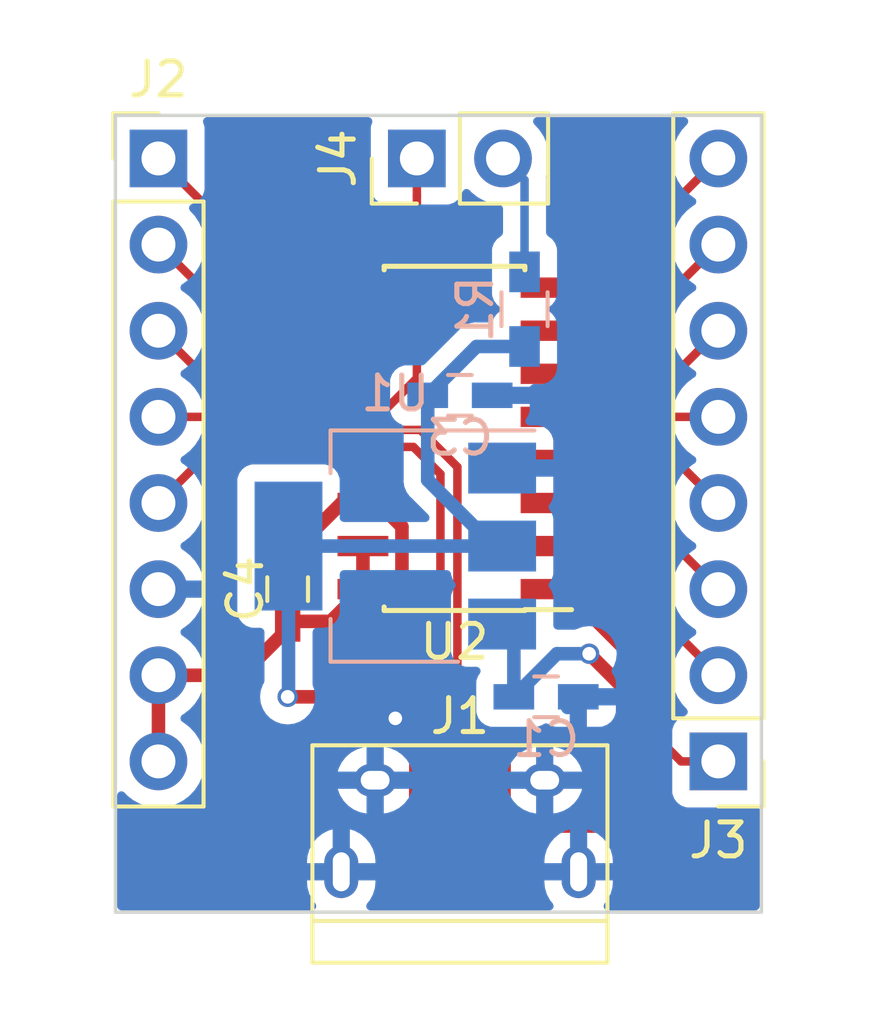
<source format=kicad_pcb>
(kicad_pcb (version 20221018) (generator pcbnew)
  (layers (0 "F.Cu" signal) (31 "B.Cu" signal) (34 "B.Paste" user) (35 "F.Paste" user) (36 "B.SilkS" user "B.Silkscreen") (37 "F.SilkS" user "F.Silkscreen") (38 "B.Mask" user) (39 "F.Mask" user) (44 "Edge.Cuts" user))
  (net 0 "")
  (net 1 "VBUS")
  (net 2 "GND")
  (net 3 "+3V3")
  (net 4 "/D-")
  (net 5 "/D+")
  (net 6 "Net-(J2-Pad1)")
  (net 7 "Net-(J2-Pad2)")
  (net 8 "Net-(J2-Pad3)")
  (net 9 "Net-(J3-Pad1)")
  (net 10 "Net-(J3-Pad2)")
  (net 11 "Net-(J3-Pad3)")
  (net 12 "Net-(J3-Pad4)")
  (net 13 "Net-(J3-Pad5)")
  (net 14 "Net-(J3-Pad6)")
  (net 15 "Net-(J3-Pad7)")
  (net 16 "Net-(J3-Pad8)")
  (net 17 "Net-(J4-Pad2)")
  (footprint "Capacitors_SMD:C_0603_HandSoldering" (layer "F.Cu") (at 139.065 113.03 90)
    (fp_text reference "C4" (at 0 -1.25 90) (layer "F.SilkS"))
    (fp_text value "0.1μF")
    (fp_line (start -0.35 -0.6) (end 0.35 -0.6) (stroke (width 0.12)) (layer "F.SilkS"))
    (fp_line (start 0.35 0.6) (end -0.35 0.6) (stroke (width 0.12)) (layer "F.SilkS"))
    (pad "1" smd rect (at -0.95 0 90) (size 1.2 0.75) (layers "F.Cu" "F.Paste" "F.Mask") (net 3 "+3V3"))
    (pad "2" smd rect (at 0.95 0 90) (size 1.2 0.75) (layers "F.Cu" "F.Paste" "F.Mask") (net 2 "GND"))
  )
  (footprint "Connectors:USB_Micro-B" (layer "F.Cu") (at 144.145 120.015)
    (fp_text reference "J1" (at 0 -3.24) (layer "F.SilkS"))
    (fp_text value "USB_OTG")
    (fp_line (start -4.35 -2.38) (end 4.35 -2.38) (stroke (width 0.12)) (layer "F.SilkS"))
    (fp_line (start -4.35 4.03) (end -4.35 -2.38) (stroke (width 0.12)) (layer "F.SilkS"))
    (fp_line (start -4.35 4.03) (end 4.35 4.03) (stroke (width 0.12)) (layer "F.SilkS"))
    (fp_line (start 4.35 -2.38) (end 4.35 4.03) (stroke (width 0.12)) (layer "F.SilkS"))
    (fp_line (start 4.35 2.8) (end -4.35 2.8) (stroke (width 0.12)) (layer "F.SilkS"))
    (pad "1" smd rect (at -1.3 -1.35 90) (size 1.35 0.4) (layers "F.Cu" "F.Paste" "F.Mask") (net 1 "VBUS"))
    (pad "2" smd rect (at -0.65 -1.35 90) (size 1.35 0.4) (layers "F.Cu" "F.Paste" "F.Mask") (net 4 "/D-"))
    (pad "3" smd rect (at 0 -1.35 90) (size 1.35 0.4) (layers "F.Cu" "F.Paste" "F.Mask") (net 5 "/D+"))
    (pad "4" smd rect (at 0.65 -1.35 90) (size 1.35 0.4) (layers "F.Cu" "F.Paste" "F.Mask") (net 2 "GND"))
    (pad "5" smd rect (at 1.3 -1.35 90) (size 1.35 0.4) (layers "F.Cu" "F.Paste" "F.Mask") (net 2 "GND"))
    (pad "6" thru_hole oval (at -3.5 1.35 90) (size 1.55 1) (drill oval 1.15 0.5) (layers "*.Cu" "*.Mask") (net 2 "GND"))
    (pad "6" thru_hole oval (at -2.5 -1.35 90) (size 0.95 1.25) (drill oval 0.55 0.85) (layers "*.Cu" "*.Mask") (net 2 "GND"))
    (pad "6" thru_hole oval (at 2.5 -1.35 90) (size 0.95 1.25) (drill oval 0.55 0.85) (layers "*.Cu" "*.Mask") (net 2 "GND"))
    (pad "6" thru_hole oval (at 3.5 1.35 90) (size 1.55 1) (drill oval 1.15 0.5) (layers "*.Cu" "*.Mask") (net 2 "GND"))
  )
  (footprint "Pin_Headers:Pin_Header_Straight_1x08_Pitch2.54mm" (layer "F.Cu") (at 135.255 100.33)
    (fp_text reference "J2" (at 0 -2.33) (layer "F.SilkS"))
    (fp_text value "Conn_01x08")
    (fp_line (start -1.33 -1.33) (end 0 -1.33) (stroke (width 0.12)) (layer "F.SilkS"))
    (fp_line (start -1.33 0) (end -1.33 -1.33) (stroke (width 0.12)) (layer "F.SilkS"))
    (fp_line (start -1.33 1.27) (end -1.33 19.11) (stroke (width 0.12)) (layer "F.SilkS"))
    (fp_line (start -1.33 1.27) (end 1.33 1.27) (stroke (width 0.12)) (layer "F.SilkS"))
    (fp_line (start -1.33 19.11) (end 1.33 19.11) (stroke (width 0.12)) (layer "F.SilkS"))
    (fp_line (start 1.33 1.27) (end 1.33 19.11) (stroke (width 0.12)) (layer "F.SilkS"))
    (pad "1" thru_hole rect (at 0 0) (size 1.7 1.7) (drill 1) (layers "*.Cu" "*.Mask") (net 6 "Net-(J2-Pad1)"))
    (pad "2" thru_hole oval (at 0 2.54) (size 1.7 1.7) (drill 1) (layers "*.Cu" "*.Mask") (net 7 "Net-(J2-Pad2)"))
    (pad "3" thru_hole oval (at 0 5.08) (size 1.7 1.7) (drill 1) (layers "*.Cu" "*.Mask") (net 8 "Net-(J2-Pad3)"))
    (pad "4" thru_hole oval (at 0 7.62) (size 1.7 1.7) (drill 1) (layers "*.Cu" "*.Mask") (net 5 "/D+"))
    (pad "5" thru_hole oval (at 0 10.16) (size 1.7 1.7) (drill 1) (layers "*.Cu" "*.Mask") (net 4 "/D-"))
    (pad "6" thru_hole oval (at 0 12.7) (size 1.7 1.7) (drill 1) (layers "*.Cu" "*.Mask") (net 2 "GND"))
    (pad "7" thru_hole oval (at 0 15.24) (size 1.7 1.7) (drill 1) (layers "*.Cu" "*.Mask") (net 3 "+3V3"))
    (pad "8" thru_hole oval (at 0 17.78) (size 1.7 1.7) (drill 1) (layers "*.Cu" "*.Mask") (net 3 "+3V3"))
  )
  (footprint "Pin_Headers:Pin_Header_Straight_1x08_Pitch2.54mm" (layer "F.Cu") (at 151.765 118.11 180)
    (fp_text reference "J3" (at 0 -2.33 180) (layer "F.SilkS"))
    (fp_text value "Conn_01x08")
    (fp_line (start -1.33 -1.33) (end 0 -1.33) (stroke (width 0.12)) (layer "F.SilkS"))
    (fp_line (start -1.33 0) (end -1.33 -1.33) (stroke (width 0.12)) (layer "F.SilkS"))
    (fp_line (start -1.33 1.27) (end -1.33 19.11) (stroke (width 0.12)) (layer "F.SilkS"))
    (fp_line (start -1.33 1.27) (end 1.33 1.27) (stroke (width 0.12)) (layer "F.SilkS"))
    (fp_line (start -1.33 19.11) (end 1.33 19.11) (stroke (width 0.12)) (layer "F.SilkS"))
    (fp_line (start 1.33 1.27) (end 1.33 19.11) (stroke (width 0.12)) (layer "F.SilkS"))
    (pad "1" thru_hole rect (at 0 0 180) (size 1.7 1.7) (drill 1) (layers "*.Cu" "*.Mask") (net 9 "Net-(J3-Pad1)"))
    (pad "2" thru_hole oval (at 0 2.54 180) (size 1.7 1.7) (drill 1) (layers "*.Cu" "*.Mask") (net 10 "Net-(J3-Pad2)"))
    (pad "3" thru_hole oval (at 0 5.08 180) (size 1.7 1.7) (drill 1) (layers "*.Cu" "*.Mask") (net 11 "Net-(J3-Pad3)"))
    (pad "4" thru_hole oval (at 0 7.62 180) (size 1.7 1.7) (drill 1) (layers "*.Cu" "*.Mask") (net 12 "Net-(J3-Pad4)"))
    (pad "5" thru_hole oval (at 0 10.16 180) (size 1.7 1.7) (drill 1) (layers "*.Cu" "*.Mask") (net 13 "Net-(J3-Pad5)"))
    (pad "6" thru_hole oval (at 0 12.7 180) (size 1.7 1.7) (drill 1) (layers "*.Cu" "*.Mask") (net 14 "Net-(J3-Pad6)"))
    (pad "7" thru_hole oval (at 0 15.24 180) (size 1.7 1.7) (drill 1) (layers "*.Cu" "*.Mask") (net 15 "Net-(J3-Pad7)"))
    (pad "8" thru_hole oval (at 0 17.78 180) (size 1.7 1.7) (drill 1) (layers "*.Cu" "*.Mask") (net 16 "Net-(J3-Pad8)"))
  )
  (footprint "Pin_Headers:Pin_Header_Straight_1x02_Pitch2.54mm" (layer "F.Cu") (at 142.875 100.33 90)
    (fp_text reference "J4" (at 0 -2.33 90) (layer "F.SilkS"))
    (fp_text value "Conn_01x02")
    (fp_line (start -1.33 -1.33) (end 0 -1.33) (stroke (width 0.12)) (layer "F.SilkS"))
    (fp_line (start -1.33 0) (end -1.33 -1.33) (stroke (width 0.12)) (layer "F.SilkS"))
    (fp_line (start -1.33 1.27) (end -1.33 3.87) (stroke (width 0.12)) (layer "F.SilkS"))
    (fp_line (start -1.33 1.27) (end 1.33 1.27) (stroke (width 0.12)) (layer "F.SilkS"))
    (fp_line (start -1.33 3.87) (end 1.33 3.87) (stroke (width 0.12)) (layer "F.SilkS"))
    (fp_line (start 1.33 1.27) (end 1.33 3.87) (stroke (width 0.12)) (layer "F.SilkS"))
    (pad "1" thru_hole rect (at 0 0 90) (size 1.7 1.7) (drill 1) (layers "*.Cu" "*.Mask") (net 5 "/D+"))
    (pad "2" thru_hole oval (at 0 2.54 90) (size 1.7 1.7) (drill 1) (layers "*.Cu" "*.Mask") (net 17 "Net-(J4-Pad2)"))
  )
  (footprint "Housings_SOIC:SOIC-16_3.9x9.9mm_Pitch1.27mm" (layer "F.Cu") (at 143.985 108.585 180)
    (fp_text reference "U2" (at 0 -6 180) (layer "F.SilkS"))
    (fp_text value "CH551G")
    (fp_line (start -2.075 -5.075) (end -2.075 -5.05) (stroke (width 0.15)) (layer "F.SilkS"))
    (fp_line (start -2.075 -5.075) (end 2.075 -5.075) (stroke (width 0.15)) (layer "F.SilkS"))
    (fp_line (start -2.075 -5.05) (end -3.45 -5.05) (stroke (width 0.15)) (layer "F.SilkS"))
    (fp_line (start -2.075 5.075) (end -2.075 4.97) (stroke (width 0.15)) (layer "F.SilkS"))
    (fp_line (start -2.075 5.075) (end 2.075 5.075) (stroke (width 0.15)) (layer "F.SilkS"))
    (fp_line (start 2.075 -5.075) (end 2.075 -4.97) (stroke (width 0.15)) (layer "F.SilkS"))
    (fp_line (start 2.075 5.075) (end 2.075 4.97) (stroke (width 0.15)) (layer "F.SilkS"))
    (pad "1" smd rect (at -2.7 -4.445 180) (size 1.5 0.6) (layers "F.Cu" "F.Paste" "F.Mask") (net 9 "Net-(J3-Pad1)"))
    (pad "2" smd rect (at -2.7 -3.175 180) (size 1.5 0.6) (layers "F.Cu" "F.Paste" "F.Mask") (net 10 "Net-(J3-Pad2)"))
    (pad "3" smd rect (at -2.7 -1.905 180) (size 1.5 0.6) (layers "F.Cu" "F.Paste" "F.Mask") (net 11 "Net-(J3-Pad3)"))
    (pad "4" smd rect (at -2.7 -0.635 180) (size 1.5 0.6) (layers "F.Cu" "F.Paste" "F.Mask") (net 12 "Net-(J3-Pad4)"))
    (pad "5" smd rect (at -2.7 0.635 180) (size 1.5 0.6) (layers "F.Cu" "F.Paste" "F.Mask") (net 13 "Net-(J3-Pad5)"))
    (pad "6" smd rect (at -2.7 1.905 180) (size 1.5 0.6) (layers "F.Cu" "F.Paste" "F.Mask") (net 14 "Net-(J3-Pad6)"))
    (pad "7" smd rect (at -2.7 3.175 180) (size 1.5 0.6) (layers "F.Cu" "F.Paste" "F.Mask") (net 15 "Net-(J3-Pad7)"))
    (pad "8" smd rect (at -2.7 4.445 180) (size 1.5 0.6) (layers "F.Cu" "F.Paste" "F.Mask") (net 16 "Net-(J3-Pad8)"))
    (pad "9" smd rect (at 2.7 4.445 180) (size 1.5 0.6) (layers "F.Cu" "F.Paste" "F.Mask") (net 6 "Net-(J2-Pad1)"))
    (pad "10" smd rect (at 2.7 3.175 180) (size 1.5 0.6) (layers "F.Cu" "F.Paste" "F.Mask") (net 7 "Net-(J2-Pad2)"))
    (pad "11" smd rect (at 2.7 1.905 180) (size 1.5 0.6) (layers "F.Cu" "F.Paste" "F.Mask") (net 8 "Net-(J2-Pad3)"))
    (pad "12" smd rect (at 2.7 0.635 180) (size 1.5 0.6) (layers "F.Cu" "F.Paste" "F.Mask") (net 5 "/D+"))
    (pad "13" smd rect (at 2.7 -0.635 180) (size 1.5 0.6) (layers "F.Cu" "F.Paste" "F.Mask") (net 4 "/D-"))
    (pad "14" smd rect (at 2.7 -1.905 180) (size 1.5 0.6) (layers "F.Cu" "F.Paste" "F.Mask") (net 2 "GND"))
    (pad "15" smd rect (at 2.7 -3.175 180) (size 1.5 0.6) (layers "F.Cu" "F.Paste" "F.Mask") (net 3 "+3V3"))
    (pad "16" smd rect (at 2.7 -4.445 180) (size 1.5 0.6) (layers "F.Cu" "F.Paste" "F.Mask") (net 3 "+3V3"))
  )
  (footprint "Capacitors_SMD:C_0603_HandSoldering" (layer "B.Cu") (at 146.685 116.205)
    (fp_text reference "C1" (at 0 1.25) (layer "B.SilkS") (effects (justify mirror)))
    (fp_text value "10μF")
    (fp_line (start -0.35 0.6) (end 0.35 0.6) (stroke (width 0.12)) (layer "B.SilkS"))
    (fp_line (start 0.35 -0.6) (end -0.35 -0.6) (stroke (width 0.12)) (layer "B.SilkS"))
    (pad "1" smd rect (at -0.95 0) (size 1.2 0.75) (layers "B.Cu" "B.Paste" "B.Mask") (net 1 "VBUS"))
    (pad "2" smd rect (at 0.95 0) (size 1.2 0.75) (layers "B.Cu" "B.Paste" "B.Mask") (net 2 "GND"))
  )
  (footprint "Capacitors_SMD:C_0603_HandSoldering" (layer "B.Cu") (at 144.145 107.315)
    (fp_text reference "C3" (at 0 1.25) (layer "B.SilkS") (effects (justify mirror)))
    (fp_text value "10μF")
    (fp_line (start -0.35 0.6) (end 0.35 0.6) (stroke (width 0.12)) (layer "B.SilkS"))
    (fp_line (start 0.35 -0.6) (end -0.35 -0.6) (stroke (width 0.12)) (layer "B.SilkS"))
    (pad "1" smd rect (at -0.95 0) (size 1.2 0.75) (layers "B.Cu" "B.Paste" "B.Mask") (net 3 "+3V3"))
    (pad "2" smd rect (at 0.95 0) (size 1.2 0.75) (layers "B.Cu" "B.Paste" "B.Mask") (net 2 "GND"))
  )
  (footprint "Resistors_SMD:R_0603_HandSoldering" (layer "B.Cu") (at 146.05 104.775 -90)
    (fp_text reference "R1" (at 0 1.45 270) (layer "B.SilkS") (effects (justify mirror)))
    (fp_text value "10K")
    (fp_line (start -0.5 0.68) (end 0.5 0.68) (stroke (width 0.12)) (layer "B.SilkS"))
    (fp_line (start 0.5 -0.68) (end -0.5 -0.68) (stroke (width 0.12)) (layer "B.SilkS"))
    (pad "1" smd rect (at -1.1 0 270) (size 1.2 0.9) (layers "B.Cu" "B.Paste" "B.Mask") (net 17 "Net-(J4-Pad2)"))
    (pad "2" smd rect (at 1.1 0 270) (size 1.2 0.9) (layers "B.Cu" "B.Paste" "B.Mask") (net 3 "+3V3"))
  )
  (footprint "TO_SOT_Packages_SMD:SOT-223" (layer "B.Cu") (at 142.24 111.76 180)
    (fp_text reference "U1" (at 0 4.5 180) (layer "B.SilkS") (effects (justify mirror)))
    (fp_text value "LM1117-3.3")
    (fp_line (start -4.1 3.41) (end 1.91 3.41) (stroke (width 0.12)) (layer "B.SilkS"))
    (fp_line (start -1.85 -3.41) (end 1.91 -3.41) (stroke (width 0.12)) (layer "B.SilkS"))
    (fp_line (start 1.91 -3.41) (end 1.91 -2.15) (stroke (width 0.12)) (layer "B.SilkS"))
    (fp_line (start 1.91 3.41) (end 1.91 2.15) (stroke (width 0.12)) (layer "B.SilkS"))
    (pad "1" smd rect (at -3.15 2.3 180) (size 2 1.5) (layers "B.Cu" "B.Paste" "B.Mask") (net 2 "GND"))
    (pad "2" smd rect (at -3.15 0 180) (size 2 1.5) (layers "B.Cu" "B.Paste" "B.Mask") (net 3 "+3V3"))
    (pad "3" smd rect (at -3.15 -2.3 180) (size 2 1.5) (layers "B.Cu" "B.Paste" "B.Mask") (net 1 "VBUS"))
    (pad "4" smd rect (at 3.15 0 180) (size 2 3.8) (layers "B.Cu" "B.Paste" "B.Mask") (net 3 "+3V3"))
  )
  (gr_line (start 133.985 122.555) (end 133.985 99.06) (stroke (width 0.1)) (layer "Edge.Cuts"))
  (gr_line (start 133.985 99.06) (end 153.035 99.06) (stroke (width 0.1)) (layer "Edge.Cuts"))
  (gr_line (start 153.035 99.06) (end 153.035 122.555) (stroke (width 0.1)) (layer "Edge.Cuts"))
  (gr_line (start 153.035 122.555) (end 133.985 122.555) (stroke (width 0.1)) (layer "Edge.Cuts"))
  (segment (start 142.845001 119.740001) (end 143.12 120.015) (width 0.4) (layer "F.Cu") (net 1))
  (segment (start 142.845 118.665) (end 142.845001 119.740001) (width 0.4) (layer "F.Cu") (net 1))
  (segment (start 143.12 120.015) (end 148.59 120.015) (width 0.4) (layer "F.Cu") (net 1))
  (segment (start 148.59 120.015) (end 149.225 119.38) (width 0.4) (layer "F.Cu") (net 1))
  (segment (start 149.225 116.205) (end 147.955 114.935) (width 0.4) (layer "F.Cu") (net 1))
  (segment (start 149.225 119.38) (end 149.225 116.205) (width 0.4) (layer "F.Cu") (net 1))
  (via (at 147.955 114.935) (size 0.6) (drill 0.4) (layers "F.Cu" "B.Cu") (net 1))
  (segment (start 147.005 114.935) (end 145.735 116.205) (width 0.4) (layer "B.Cu") (net 1))
  (segment (start 145.735 114.405) (end 145.39 114.06) (width 0.4) (layer "B.Cu") (net 1))
  (segment (start 147.955 114.935) (end 147.005 114.935) (width 0.4) (layer "B.Cu") (net 1))
  (segment (start 145.735 116.205) (end 145.735 114.405) (width 0.4) (layer "B.Cu") (net 1))
  (segment (start 139.065 112.08) (end 140.655 110.49) (width 0.4) (layer "F.Cu") (net 2))
  (segment (start 145.445 118.665) (end 144.795 118.665) (width 0.4) (layer "F.Cu") (net 2))
  (segment (start 141.285 110.49) (end 141.735 110.49) (width 0.4) (layer "F.Cu") (net 2))
  (segment (start 145.445 118.19) (end 145.445 118.665) (width 0.4) (layer "F.Cu") (net 2))
  (segment (start 141.735 110.49) (end 142.435001 111.190001) (width 0.4) (layer "F.Cu") (net 2))
  (segment (start 145.445 118.665) (end 146.645 118.665) (width 0.4) (layer "F.Cu") (net 2))
  (segment (start 140.655 110.49) (end 141.285 110.49) (width 0.4) (layer "F.Cu") (net 2))
  (segment (start 142.435001 116.644999) (end 142.24 116.84) (width 0.4) (layer "F.Cu") (net 2))
  (segment (start 142.435001 111.190001) (end 142.435001 116.644999) (width 0.4) (layer "F.Cu") (net 2))
  (via (at 142.24 116.84) (size 0.6) (drill 0.4) (layers "F.Cu" "B.Cu") (net 2))
  (segment (start 147.32 116.52) (end 147.635 116.205) (width 0.4) (layer "B.Cu") (net 2))
  (segment (start 141.285 113.03) (end 141.285 111.76) (width 0.4) (layer "F.Cu") (net 3))
  (segment (start 140.97 116.205) (end 141.285 115.89) (width 0.4) (layer "F.Cu") (net 3))
  (segment (start 139.065 116.205) (end 140.97 116.205) (width 0.4) (layer "F.Cu") (net 3))
  (segment (start 135.255 115.57) (end 135.255 118.11) (width 0.4) (layer "F.Cu") (net 3))
  (segment (start 139.065 114.205) (end 139.065 113.98) (width 0.4) (layer "F.Cu") (net 3))
  (segment (start 139.065 113.98) (end 140.335 113.98) (width 0.4) (layer "F.Cu") (net 3))
  (segment (start 141.285 115.89) (end 141.285 113.03) (width 0.4) (layer "F.Cu") (net 3))
  (segment (start 137.7 115.57) (end 139.065 114.205) (width 0.4) (layer "F.Cu") (net 3))
  (segment (start 135.255 115.57) (end 137.7 115.57) (width 0.4) (layer "F.Cu") (net 3))
  (segment (start 140.335 113.98) (end 141.285 113.03) (width 0.4) (layer "F.Cu") (net 3))
  (via (at 139.065 116.205) (size 0.6) (drill 0.4) (layers "F.Cu" "B.Cu") (net 3))
  (segment (start 143.195 107.315) (end 144.635 105.875) (width 0.4) (layer "B.Cu") (net 3))
  (segment (start 139.09 116.18) (end 139.065 116.205) (width 0.4) (layer "B.Cu") (net 3))
  (segment (start 139.09 111.76) (end 139.09 116.18) (width 0.4) (layer "B.Cu") (net 3))
  (segment (start 144.635 105.875) (end 146.05 105.875) (width 0.4) (layer "B.Cu") (net 3))
  (segment (start 145.14 111.76) (end 145.39 111.76) (width 0.4) (layer "B.Cu") (net 3))
  (segment (start 143.195 107.315) (end 143.195 109.815) (width 0.4) (layer "B.Cu") (net 3))
  (segment (start 145.39 111.76) (end 139.09 111.76) (width 0.4) (layer "B.Cu") (net 3))
  (segment (start 143.195 109.815) (end 145.14 111.76) (width 0.4) (layer "B.Cu") (net 3))
  (segment (start 143.495 117.6525) (end 143.57 117.5775) (width 0.25) (layer "F.Cu") (net 4))
  (segment (start 143.57 109.633552) (end 142.771448 108.835) (width 0.25) (layer "F.Cu") (net 4))
  (segment (start 141.735 109.22) (end 141.285 109.22) (width 0.25) (layer "F.Cu") (net 4))
  (segment (start 142.771448 108.835) (end 142.12 108.835) (width 0.25) (layer "F.Cu") (net 4))
  (segment (start 143.495 118.665) (end 143.495 117.6525) (width 0.25) (layer "F.Cu") (net 4))
  (segment (start 136.525 109.22) (end 141.285 109.22) (width 0.25) (layer "F.Cu") (net 4))
  (segment (start 143.57 117.5775) (end 143.57 109.633552) (width 0.25) (layer "F.Cu") (net 4))
  (segment (start 135.255 110.49) (end 136.525 109.22) (width 0.25) (layer "F.Cu") (net 4))
  (segment (start 142.12 108.835) (end 141.735 109.22) (width 0.25) (layer "F.Cu") (net 4))
  (segment (start 142.978552 108.335) (end 142.12 108.335) (width 0.25) (layer "F.Cu") (net 5))
  (segment (start 144.145 118.665) (end 144.145 117.6525) (width 0.25) (layer "F.Cu") (net 5))
  (segment (start 144.07 117.5775) (end 144.07 109.426448) (width 0.25) (layer "F.Cu") (net 5))
  (segment (start 141.735 107.95) (end 142.875 106.81) (width 0.25) (layer "F.Cu") (net 5))
  (segment (start 142.875 101.43) (end 142.875 100.33) (width 0.25) (layer "F.Cu") (net 5))
  (segment (start 144.145 117.6525) (end 144.07 117.5775) (width 0.25) (layer "F.Cu") (net 5))
  (segment (start 142.12 108.335) (end 141.735 107.95) (width 0.25) (layer "F.Cu") (net 5))
  (segment (start 142.875 106.81) (end 142.875 101.43) (width 0.25) (layer "F.Cu") (net 5))
  (segment (start 141.285 107.95) (end 141.735 107.95) (width 0.25) (layer "F.Cu") (net 5))
  (segment (start 141.285 107.95) (end 135.255 107.95) (width 0.25) (layer "F.Cu") (net 5))
  (segment (start 144.07 109.426448) (end 142.978552 108.335) (width 0.25) (layer "F.Cu") (net 5))
  (segment (start 141.285 104.14) (end 139.065 104.14) (width 0.25) (layer "F.Cu") (net 6))
  (segment (start 139.065 104.14) (end 135.255 100.33) (width 0.25) (layer "F.Cu") (net 6))
  (segment (start 136.104999 103.719999) (end 135.255 102.87) (width 0.25) (layer "F.Cu") (net 7))
  (segment (start 141.285 105.41) (end 137.795 105.41) (width 0.25) (layer "F.Cu") (net 7))
  (segment (start 137.795 105.41) (end 136.104999 103.719999) (width 0.25) (layer "F.Cu") (net 7))
  (segment (start 136.525 106.68) (end 135.255 105.41) (width 0.25) (layer "F.Cu") (net 8))
  (segment (start 141.285 106.68) (end 136.525 106.68) (width 0.25) (layer "F.Cu") (net 8))
  (segment (start 146.685 113.03) (end 147.135 113.03) (width 0.25) (layer "F.Cu") (net 9))
  (segment (start 150.665 118.11) (end 151.765 118.11) (width 0.25) (layer "F.Cu") (net 9))
  (segment (start 147.135 113.03) (end 149.86 115.755) (width 0.25) (layer "F.Cu") (net 9))
  (segment (start 151.765 117.66) (end 151.765 118.11) (width 0.25) (layer "F.Cu") (net 9))
  (segment (start 149.86 115.755) (end 149.86 117.305) (width 0.25) (layer "F.Cu") (net 9))
  (segment (start 149.86 117.305) (end 150.665 118.11) (width 0.25) (layer "F.Cu") (net 9))
  (segment (start 146.685 111.76) (end 147.955 111.76) (width 0.25) (layer "F.Cu") (net 10))
  (segment (start 147.955 111.76) (end 151.765 115.57) (width 0.25) (layer "F.Cu") (net 10))
  (segment (start 149.225 110.49) (end 151.765 113.03) (width 0.25) (layer "F.Cu") (net 11))
  (segment (start 146.685 110.49) (end 149.225 110.49) (width 0.25) (layer "F.Cu") (net 11))
  (segment (start 146.685 109.22) (end 150.495 109.22) (width 0.25) (layer "F.Cu") (net 12))
  (segment (start 150.495 109.22) (end 151.765 110.49) (width 0.25) (layer "F.Cu") (net 12))
  (segment (start 146.685 107.95) (end 151.765 107.95) (width 0.25) (layer "F.Cu") (net 13))
  (segment (start 150.495 106.68) (end 151.765 105.41) (width 0.25) (layer "F.Cu") (net 14))
  (segment (start 146.685 106.68) (end 150.495 106.68) (width 0.25) (layer "F.Cu") (net 14))
  (segment (start 149.225 105.41) (end 151.765 102.87) (width 0.25) (layer "F.Cu") (net 15))
  (segment (start 146.685 105.41) (end 149.225 105.41) (width 0.25) (layer "F.Cu") (net 15))
  (segment (start 147.955 104.14) (end 151.765 100.33) (width 0.25) (layer "F.Cu") (net 16))
  (segment (start 146.685 104.14) (end 147.955 104.14) (width 0.25) (layer "F.Cu") (net 16))
  (segment (start 146.05 103.675) (end 146.05 100.965) (width 0.25) (layer "B.Cu") (net 17))
  (segment (start 146.05 100.965) (end 145.415 100.33) (width 0.25) (layer "B.Cu") (net 17))
  (zone (net 2) (net_name "GND") (layer "B.Cu") (connect_pads (clearance 0.508)) (min_thickness 0.254) (fill yes (thermal_gap 0.508) (thermal_bridge_width 0.508))
    (polygon (pts (xy 133.985 99.06) (xy 153.035 99.06) (xy 153.035 122.555) (xy 133.985 122.555)))
  )
)
</source>
